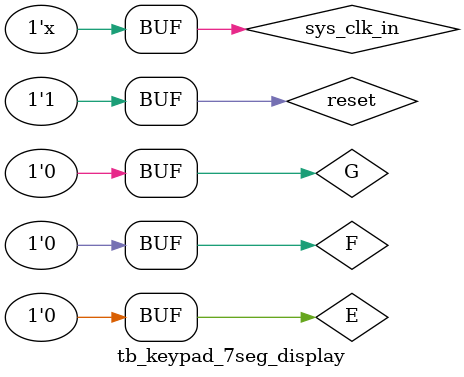
<source format=v>
`timescale 1ns/1ns
module tb_keypad_7seg_display();
    reg sys_clk_in;
    reg reset;
    reg E; 
    reg F;
    reg G;
    wire [3:0] num;
    wire [3:0] pin_control;
    wire clk_out;  
    wire [7:0] display_out;
    wire [7:0] seg_control;

parameter clk_freq = 28'd1000_0000; // 10MHz clock input
parameter single_key_refresh_rate = 28'd500_0000; // 5MHz shift frequency

keypad_7seg_display #(
    .clk_freq(clk_freq),
    .single_key_refresh_rate(single_key_refresh_rate)
) UUT1(
    .sys_clk_in(sys_clk_in),
    .reset(reset),
    .E(E),
    .F(F),
    .G(G),
    .num(num),
    .pin_control(pin_control),
    .clk_out(clk_out),
    .display_out(display_out),
    .seg_control(seg_control)
);

initial 
begin
        sys_clk_in = 1'b0; // Initialize the clock input to 0
    #1  reset = 1'b1; // Initialize the clock input to 0
    #1  reset = 1'b0; // Initialize the clock input to 0
    #1  reset = 1'b1; // Initialize the clock input to 0
    #1  
        begin
        E = 1'b0; // Initialize the clock input to 0
        F = 1'b0; // Initialize the clock input to 0
        G = 1'b0; // Initialize the clock input to 0
        end
    //simulate key presses in long intervals
    #11 
        begin
        E = 1'b1; // Initialize the clock input to 0
        F = 1'b0; // Initialize the clock input to 0
        G = 1'b0; // Initialize the clock input to 0
        end
    
    #10
        begin
        E = 1'b0; // Initialize the clock input to 0
        F = 1'b0; // Initialize the clock input to 0
        G = 1'b0; // Initialize the clock input to 0
        end
    #60
        begin
        E = 1'b1; // Initialize the clock input to 0
        F = 1'b0; // Initialize the clock input to 0
        G = 1'b0; // Initialize the clock input to 0
        end
    #20
        begin
        E = 1'b0; // Initialize the clock input to 0
        F = 1'b0; // Initialize the clock input to 0
        G = 1'b0; // Initialize the clock input to 0
        end
    #60
        begin
        E = 1'b1; // Initialize the clock input to 0
        F = 1'b0; // Initialize the clock input to 0
        G = 1'b0; // Initialize the clock input to 0
        end
    #20
        begin
        E = 1'b0; // Initialize the clock input to 0
        F = 1'b0; // Initialize the clock input to 0
        G = 1'b0; // Initialize the clock input to 0
        end
    //end of long interval key press simulation

    //press another key in short intervals
    #120 
        begin
        E = 1'b0; // Initialize the clock input to 0
        F = 1'b0; // Initialize the clock input to 0
        G = 1'b1; // Initialize the clock input to 0
        end
    #20
        begin
        E = 1'b0; // Initialize the clock input to 0
        F = 1'b0; // Initialize the clock input to 0
        G = 1'b0; // Initialize the clock input to 0
        end
    //end of short interval key press simulation

    // simulate press multiple keys in same row in short intervals
    #100 
        begin
        E = 1'b1; // Initialize the clock input to 0
        F = 1'b1; // Initialize the clock input to 0
        G = 1'b0; // Initialize the clock input to 0
        end
    #20
        begin
        E = 1'b0; // Initialize the clock input to 0
        F = 1'b0; // Initialize the clock input to 0
        G = 1'b0; // Initialize the clock input to 0
        end
    // end of short interval key press simulation
    // simulate press multiple keys in same column in short intervals
    #80 
        begin
        E = 1'b1; // Initialize the clock input to 0
        F = 1'b0; // Initialize the clock input to 0
        G = 1'b0; // Initialize the clock input to 0
        end
    #20
        begin
        E = 1'b0; // Initialize the clock input to 0
        F = 1'b0; // Initialize the clock input to 0
        G = 1'b0; // Initialize the clock input to 0
        end
    #40 
        begin
        E = 1'b0; // Initialize the clock input to 0
        F = 1'b1; // Initialize the clock input to 0
        G = 1'b0; // Initialize the clock input to 0
        end
    #20
        begin
        E = 1'b0; // Initialize the clock input to 0
        F = 1'b0; // Initialize the clock input to 0
        G = 1'b0; // Initialize the clock input to 0
        end
    
end

always
begin
    #5 sys_clk_in = ~sys_clk_in; // Toggle the clock input every 5 time units
end

endmodule
</source>
